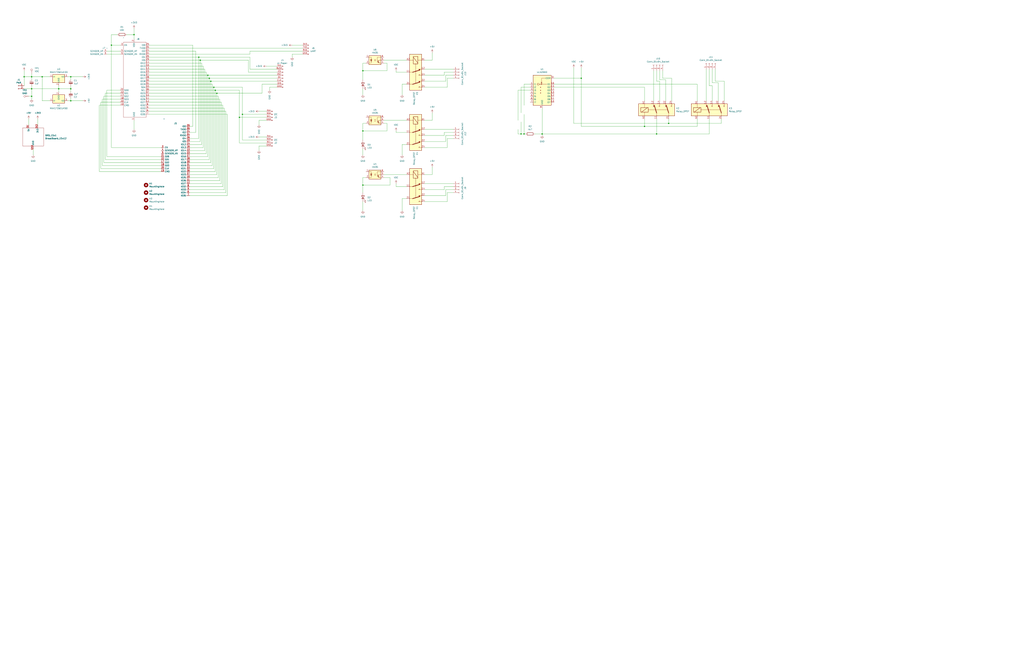
<source format=kicad_sch>
(kicad_sch (version 20230121) (generator eeschema)
  (paper "D")
  (title_block (title "ESP32-WROOM-32D Automation Board") (date "2024-01-15") (company "CEGEP Heritage College") (comment 1 "Alexander Bobkov"))
  (lib_symbols
    (symbol "Alexander_Library_Symbols:Conn_I2C_01x04" (pin_names (offset 1.016) hide)
      (property "Reference" "J" (at 0 5.08 0))
      (property "Value" "I2C" (at 0 -7.62 0))
      (symbol "Conn_I2C_01x04_1_1"
        (pin power_out line (at 5.08 -5.08 180) (length 3.81) (name "GND") (number "GND"))
        (pin bidirectional line (at 5.08 -2.54 180) (length 3.81) (name "SCL") (number "SCL"))
        (pin bidirectional line (at 5.08 0 180) (length 3.81) (name "SDA") (number "SDA"))
        (pin power_in line (at 5.08 2.54 180) (length 3.81) (name "VCC") (number "Vcc"))
      )
    )
    (symbol "Alexander_Library_Symbols:ESP32-WROOM-32D"
      (property "Reference" "J" (at 0 0 0))
      (symbol "ESP32-WROOM-32D_1_1"
        (pin bidirectional line (at 21.59 -49.53 180) (length 2.54) (name "IO25") (number "10"))
        (pin bidirectional line (at 21.59 -52.07 180) (length 2.54) (name "IO26") (number "11"))
        (pin bidirectional line (at 21.59 -54.61 180) (length 2.54) (name "IO27") (number "12"))
        (pin bidirectional line (at 21.59 -26.67 180) (length 2.54) (name "IO14") (number "13"))
        (pin bidirectional line (at 21.59 -21.59 180) (length 2.54) (name "IO12") (number "14"))
        (pin bidirectional line (at 21.59 -24.13 180) (length 2.54) (name "IO13") (number "16"))
        (pin input line (at -2.54 -36.83 0) (length 2.54) (name "SD2") (number "17"))
        (pin input line (at -2.54 -39.37 0) (length 2.54) (name "SD3") (number "18"))
        (pin input line (at -2.54 -44.45 0) (length 2.54) (name "CMD") (number "19"))
        (pin input line (at -2.54 -41.91 0) (length 2.54) (name "CLK") (number "20"))
        (pin input line (at -2.54 -31.75 0) (length 2.54) (name "SD0") (number "21"))
        (pin input line (at -2.54 -34.29 0) (length 2.54) (name "SD1") (number "22"))
        (pin bidirectional line (at 21.59 -29.21 180) (length 2.54) (name "IO15") (number "23"))
        (pin bidirectional line (at 21.59 -11.43 180) (length 2.54) (name "IO2") (number "24"))
        (pin bidirectional line (at 21.59 -6.35 180) (length 2.54) (name "IO0") (number "25"))
        (pin bidirectional line (at 21.59 -16.51 180) (length 2.54) (name "IO4") (number "26"))
        (pin bidirectional line (at 21.59 -31.75 180) (length 2.54) (name "IO16") (number "27"))
        (pin bidirectional line (at 21.59 -34.29 180) (length 2.54) (name "IO17") (number "28"))
        (pin bidirectional line (at 21.59 -19.05 180) (length 2.54) (name "IO5") (number "29"))
        (pin input line (at -2.54 -24.13 0) (length 2.54) (name "EN") (number "3"))
        (pin bidirectional line (at 21.59 -36.83 180) (length 2.54) (name "IO18") (number "30"))
        (pin bidirectional line (at 21.59 -39.37 180) (length 2.54) (name "IO19") (number "31"))
        (pin bidirectional line (at 21.59 -41.91 180) (length 2.54) (name "IO21") (number "33"))
        (pin input line (at 21.59 -13.97 180) (length 2.54) (name "RXD0") (number "34"))
        (pin output line (at 21.59 -8.89 180) (length 2.54) (name "TXD0") (number "35"))
        (pin bidirectional line (at 21.59 -44.45 180) (length 2.54) (name "IO22") (number "36"))
        (pin bidirectional line (at 21.59 -46.99 180) (length 2.54) (name "IO23") (number "37"))
        (pin input line (at -2.54 -26.67 0) (length 2.54) (name "SENSOR_VP") (number "4"))
        (pin input line (at -2.54 -29.21 0) (length 2.54) (name "SENSOR_VN") (number "5"))
        (pin bidirectional line (at 21.59 -62.23 180) (length 2.54) (name "IO34") (number "6"))
        (pin bidirectional line (at 21.59 -64.77 180) (length 2.54) (name "IO35") (number "7"))
        (pin bidirectional line (at 21.59 -57.15 180) (length 2.54) (name "IO32") (number "8"))
        (pin bidirectional line (at 21.59 -59.69 180) (length 2.54) (name "IO33") (number "9"))
      )
    )
    (symbol "Alexander_Library_Symbols:ESP32-WROOM-32D-SOCKET"
      (property "Reference" "J" (at 0 0 0))
      (symbol "ESP32-WROOM-32D-SOCKET_1_1"
        (pin power_out line (at 8.89 -69.85 90) (length 2.54) (name "GND") (number "1"))
        (pin bidirectional line (at 21.59 -49.53 180) (length 2.54) (name "IO25") (number "10"))
        (pin bidirectional line (at 21.59 -52.07 180) (length 2.54) (name "IO26") (number "11"))
        (pin bidirectional line (at 21.59 -54.61 180) (length 2.54) (name "IO27") (number "12"))
        (pin bidirectional line (at 21.59 -26.67 180) (length 2.54) (name "IO14") (number "13"))
        (pin bidirectional line (at 21.59 -21.59 180) (length 2.54) (name "IO12") (number "14"))
        (pin bidirectional line (at 21.59 -24.13 180) (length 2.54) (name "IO13") (number "16"))
        (pin input line (at -2.54 -49.53 0) (length 2.54) (name "SD2") (number "17"))
        (pin input line (at -2.54 -52.07 0) (length 2.54) (name "SD3") (number "18"))
        (pin input line (at -2.54 -57.15 0) (length 2.54) (name "CMD") (number "19"))
        (pin power_in line (at 8.89 -1.27 270) (length 2.54) (name "VDD") (number "2"))
        (pin input line (at -2.54 -54.61 0) (length 2.54) (name "CLK") (number "20"))
        (pin input line (at -2.54 -44.45 0) (length 2.54) (name "SD0") (number "21"))
        (pin input line (at -2.54 -46.99 0) (length 2.54) (name "SD1") (number "22"))
        (pin bidirectional line (at 21.59 -29.21 180) (length 2.54) (name "IO15") (number "23"))
        (pin bidirectional line (at 21.59 -11.43 180) (length 2.54) (name "IO2") (number "24"))
        (pin bidirectional line (at 21.59 -6.35 180) (length 2.54) (name "IO0") (number "25"))
        (pin bidirectional line (at 21.59 -16.51 180) (length 2.54) (name "IO4") (number "26"))
        (pin bidirectional line (at 21.59 -31.75 180) (length 2.54) (name "IO16") (number "27"))
        (pin bidirectional line (at 21.59 -34.29 180) (length 2.54) (name "IO17") (number "28"))
        (pin bidirectional line (at 21.59 -19.05 180) (length 2.54) (name "IO5") (number "29"))
        (pin input line (at -2.54 -6.35 0) (length 2.54) (name "EN") (number "3"))
        (pin bidirectional line (at 21.59 -36.83 180) (length 2.54) (name "IO18") (number "30"))
        (pin bidirectional line (at 21.59 -39.37 180) (length 2.54) (name "IO19") (number "31"))
        (pin bidirectional line (at 21.59 -41.91 180) (length 2.54) (name "SDA") (number "33"))
        (pin input line (at 21.59 -13.97 180) (length 2.54) (name "RXD0") (number "34"))
        (pin output line (at 21.59 -8.89 180) (length 2.54) (name "TXD0") (number "35"))
        (pin bidirectional line (at 21.59 -44.45 180) (length 2.54) (name "SCL") (number "36"))
        (pin bidirectional line (at 21.59 -46.99 180) (length 2.54) (name "IO23") (number "37"))
        (pin input line (at -2.54 -11.43 0) (length 2.54) (name "SENSOR_VP") (number "4"))
        (pin input line (at -2.54 -13.97 0) (length 2.54) (name "SENSOR_VN") (number "5"))
        (pin bidirectional line (at 21.59 -62.23 180) (length 2.54) (name "IO34") (number "6"))
        (pin bidirectional line (at 21.59 -64.77 180) (length 2.54) (name "IO35") (number "7"))
        (pin bidirectional line (at 21.59 -57.15 180) (length 2.54) (name "IO32") (number "8"))
        (pin bidirectional line (at 21.59 -59.69 180) (length 2.54) (name "IO33") (number "9"))
      )
    )
    (symbol "Alexander_Library_Symbols:ESP32_PADS_VN-VP"
      (property "Reference" "J" (at 0 0 0))
      (symbol "ESP32_PADS_VN-VP_1_1"
        (pin bidirectional line (at 0 -2.54 180) (length 2.54) (name "SENSOR_VP") (number "4"))
        (pin bidirectional line (at 0 -5.08 180) (length 2.54) (name "SENSOR_VN") (number "5"))
      )
    )
    (symbol "Conn_UART_1" (pin_names (offset 1.016) hide)
      (property "Reference" "J" (at 1.27 3.81 0))
      (property "Value" "UART" (at 2.54 -10.16 0))
      (symbol "Conn_UART_1_1_1"
        (pin power_in line (at 5.08 0 180) (length 3.81) (name "3V3") (number "3V3"))
        (pin power_out line (at 5.08 -7.62 180) (length 3.81) (name "GND") (number "GND"))
        (pin input line (at 5.08 -5.08 180) (length 3.81) (name "RXD") (number "RXD"))
        (pin output line (at 5.08 -2.54 180) (length 3.81) (name "TXD") (number "TXD"))
      )
    )
    (symbol "Conn_ePaper_01x08_1" (pin_names (offset 1.016) hide)
      (property "Reference" "J" (at 0 10.16 0))
      (property "Value" "e-Paper" (at 3.81 -12.7 0))
      (symbol "Conn_ePaper_01x08_1_1_1"
        (pin bidirectional line (at 5.08 5.08 180) (length 3.81) (name "BUSY") (number "BUSY"))
        (pin input line (at 5.08 -5.08 180) (length 3.81) (name "CLK") (number "CLK"))
        (pin input line (at 5.08 2.54 180) (length 3.81) (name "CS") (number "CS"))
        (pin bidirectional line (at 5.08 -2.54 180) (length 3.81) (name "DC") (number "DC"))
        (pin bidirectional line (at 5.08 -7.62 180) (length 3.81) (name "DIN") (number "DIN"))
        (pin power_out line (at 5.08 -10.16 180) (length 3.81) (name "GND") (number "GND"))
        (pin input line (at 5.08 0 180) (length 3.81) (name "RST") (number "RST"))
        (pin power_in line (at 5.08 7.62 180) (length 3.81) (name "Vcc") (number "Vcc"))
      )
    )
    (symbol "Connector:BreadBoard_15x12"
      (property "Reference" "BRD_15x2" (at -19.05 -15.24 0))
      (property "Value" "BreadBoard_15x12" (at 6.35 13.97 0))
      (symbol "BreadBoard_15x12_1_1"
        (pin power_in line (at -15.24 -5.08 270) (length 2.54) (name "3V3") (number "3V3"))
        (pin power_in line (at -22.86 -5.08 270) (length 2.54) (name "5V") (number "5V"))
        (pin power_out line (at -19.05 -25.4 90) (length 2.54) (name "GND") (number "GND"))
      )
    )
    (symbol "Connector:Conn_01x02_Pin" (pin_names (offset 1.016) hide)
      (property "Reference" "J" (at 0 2.54 0))
      (property "Value" "Conn_01x02_Pin" (at 0 -5.08 0))
      (symbol "Conn_01x02_Pin_1_1"
        (pin passive line (at 5.08 0 180) (length 3.81) (name "Pin_1") (number "1"))
        (pin passive line (at 5.08 -2.54 180) (length 3.81) (name "Pin_2") (number "2"))
      )
    )
    (symbol "Connector:Conn_01x04_Socket" (pin_names (offset 1.016) hide)
      (property "Reference" "J" (at 0 5.08 0))
      (property "Value" "Conn_01x04_Socket" (at 0 -7.62 0))
      (symbol "Conn_01x04_Socket_1_1"
        (pin passive line (at -5.08 2.54 0) (length 3.81) (name "Pin_1") (number "1"))
        (pin passive line (at -5.08 0 0) (length 3.81) (name "Pin_2") (number "2"))
        (pin passive line (at -5.08 -2.54 0) (length 3.81) (name "Pin_3") (number "3"))
        (pin passive line (at -5.08 -5.08 0) (length 3.81) (name "Pin_4") (number "4"))
      )
    )
    (symbol "Connector:TestPoint" (pin_numbers hide) (pin_names (offset 0.762) hide)
      (property "Reference" "TP" (at 0 6.858 0))
      (property "Value" "TestPoint" (at 0 5.08 0))
      (symbol "TestPoint_1_1"
        (pin passive line (at 0 0 90) (length 2.54) (name "1") (number "1"))
      )
    )
    (symbol "Device:C_Polarized_Small" (pin_numbers hide) (pin_names (offset 0.254) hide)
      (property "Reference" "C" (at 0.254 1.778 0))
      (property "Value" "C_Polarized_Small" (at 0.254 -2.032 0))
      (symbol "C_Polarized_Small_1_1"
        (pin passive line (at 0 2.54 270) (length 1.8542) (name "~") (number "1"))
        (pin passive line (at 0 -2.54 90) (length 1.8542) (name "~") (number "2"))
      )
    )
    (symbol "Device:LED" (pin_numbers hide) (pin_names (offset 1.016) hide)
      (property "Reference" "D" (at 0 2.54 0))
      (property "Value" "LED" (at 0 -2.54 0))
      (symbol "LED_1_1"
        (pin passive line (at -3.81 0 0) (length 2.54) (name "K") (number "1"))
        (pin passive line (at 3.81 0 180) (length 2.54) (name "A") (number "2"))
      )
    )
    (symbol "Device:R" (pin_numbers hide) (pin_names (offset 0))
      (property "Reference" "R" (at 2.032 0 90))
      (property "Value" "R" (at 0 0 90))
      (symbol "R_1_1"
        (pin passive line (at 0 3.81 270) (length 1.27) (name "~") (number "1"))
        (pin passive line (at 0 -3.81 90) (length 1.27) (name "~") (number "2"))
      )
    )
    (symbol "Isolator:4N35" (pin_names (offset 1.016))
      (property "Reference" "U" (at -5.08 5.08 0))
      (property "Value" "4N35" (at 0 5.08 0))
      (symbol "4N35_1_1"
        (pin passive line (at -7.62 2.54 0) (length 2.54) (name "~") (number "1"))
        (pin passive line (at -7.62 -2.54 0) (length 2.54) (name "~") (number "2"))
        (pin no_connect line (at -5.08 0 0) (length 2.54) hide (name "NC") (number "3"))
        (pin passive line (at 7.62 -2.54 180) (length 2.54) (name "~") (number "4"))
        (pin passive line (at 7.62 0 180) (length 2.54) (name "~") (number "5"))
        (pin passive line (at 7.62 2.54 180) (length 2.54) (name "~") (number "6"))
      )
    )
    (symbol "Mechanical:MountingHole" (pin_names (offset 1.016))
      (property "Reference" "H" (at 0 5.08 0))
      (property "Value" "MountingHole" (at 0 3.175 0))
    )
    (symbol "Regulator_Linear:LM78M05_TO220" (pin_names (offset 0.254))
      (property "Reference" "U" (at -3.81 3.175 0))
      (property "Value" "LM78M05_TO220" (at 0 3.175 0))
      (symbol "LM78M05_TO220_1_1"
        (pin power_in line (at -7.62 0 0) (length 2.54) (name "VI") (number "1"))
        (pin power_in line (at 0 -7.62 90) (length 2.54) (name "GND") (number "2"))
        (pin power_out line (at 7.62 0 180) (length 2.54) (name "VO") (number "3"))
      )
    )
    (symbol "Relay:Relay_DPDT"
      (property "Reference" "K" (at 16.51 3.81 0))
      (property "Value" "Relay_DPDT" (at 16.51 1.27 0))
      (symbol "Relay_DPDT_1_1"
        (pin passive line (at 0 -7.62 90) (length 2.54) (name "~") (number "11"))
        (pin passive line (at -2.54 7.62 270) (length 2.54) (name "~") (number "12"))
        (pin passive line (at 2.54 7.62 270) (length 2.54) (name "~") (number "14"))
        (pin passive line (at 10.16 -7.62 90) (length 2.54) (name "~") (number "21"))
        (pin passive line (at 7.62 7.62 270) (length 2.54) (name "~") (number "22"))
        (pin passive line (at 12.7 7.62 270) (length 2.54) (name "~") (number "24"))
        (pin passive line (at -10.16 7.62 270) (length 2.54) (name "~") (number "A1"))
        (pin passive line (at -10.16 -7.62 90) (length 2.54) (name "~") (number "A2"))
      )
    )
    (symbol "Transistor_Array:ULN2003"
      (property "Reference" "U" (at 0 15.875 0))
      (property "Value" "ULN2003" (at 0 13.97 0))
      (symbol "ULN2003_1_1"
        (pin input line (at -10.16 5.08 0) (length 2.54) (name "I1") (number "1"))
        (pin open_collector line (at 10.16 -10.16 180) (length 2.54) (name "O7") (number "10"))
        (pin open_collector line (at 10.16 -7.62 180) (length 2.54) (name "O6") (number "11"))
        (pin open_collector line (at 10.16 -5.08 180) (length 2.54) (name "O5") (number "12"))
        (pin open_collector line (at 10.16 -2.54 180) (length 2.54) (name "O4") (number "13"))
        (pin open_collector line (at 10.16 0 180) (length 2.54) (name "O3") (number "14"))
        (pin open_collector line (at 10.16 2.54 180) (length 2.54) (name "O2") (number "15"))
        (pin open_collector line (at 10.16 5.08 180) (length 2.54) (name "O1") (number "16"))
        (pin input line (at -10.16 2.54 0) (length 2.54) (name "I2") (number "2"))
        (pin input line (at -10.16 0 0) (length 2.54) (name "I3") (number "3"))
        (pin input line (at -10.16 -2.54 0) (length 2.54) (name "I4") (number "4"))
        (pin input line (at -10.16 -5.08 0) (length 2.54) (name "I5") (number "5"))
        (pin input line (at -10.16 -7.62 0) (length 2.54) (name "I6") (number "6"))
        (pin input line (at -10.16 -10.16 0) (length 2.54) (name "I7") (number "7"))
        (pin power_in line (at 0 -15.24 90) (length 2.54) (name "GND") (number "8"))
        (pin passive line (at 10.16 10.16 180) (length 2.54) (name "COM") (number "9"))
      )
    )
    (symbol "power:+3V3" (power) (pin_names (offset 0))
      (property "Value" "+3V3" (at 0 3.556 0))
      (symbol "+3V3_1_1"
        (pin power_in line (at 0 0 90) (length 0) hide (name "+3V3") (number "1"))
      )
    )
    (symbol "power:+5V" (power) (pin_names (offset 0))
      (property "Value" "+5V" (at 0 3.556 0))
      (symbol "+5V_1_1"
        (pin power_in line (at 0 0 90) (length 0) hide (name "+5V") (number "1"))
      )
    )
    (symbol "power:GND" (power) (pin_names (offset 0))
      (property "Value" "GND" (at 0 -3.81 0))
      (symbol "GND_1_1"
        (pin power_in line (at 0 0 270) (length 0) hide (name "GND") (number "1"))
      )
    )
    (symbol "power:VDC" (power) (pin_names (offset 0))
      (property "Value" "VDC" (at 0 6.35 0))
      (symbol "VDC_1_1"
        (pin power_in line (at 0 0 90) (length 0) hide (name "VDC") (number "1"))
      )
    )
  )
  (junction (at 20.32 64.77))
  (junction (at 113.03 29.21))
  (junction (at 306.07 110.49))
  (junction (at 168.91 50.8))
  (junction (at 177.8 68.58))
  (junction (at 35.56 64.77))
  (junction (at 441.96 113.03))
  (junction (at 553.72 113.03))
  (junction (at 182.88 78.74))
  (junction (at 439.42 113.03))
  (junction (at 306.07 59.69))
  (junction (at 59.69 74.93))
  (junction (at 490.22 66.04))
  (junction (at 93.98 38.1))
  (junction (at 204.47 96.52))
  (junction (at 167.64 48.26))
  (junction (at 26.67 81.28))
  (junction (at 26.67 74.93))
  (junction (at 201.93 99.06))
  (junction (at 306.07 156.21))
  (junction (at 175.26 63.5))
  (junction (at 180.34 73.66))
  (junction (at 457.2 113.03))
  (junction (at 543.56 106.68))
  (junction (at 59.69 64.77))
  (junction (at 59.69 85.09))
  (junction (at 176.53 66.04))
  (junction (at 181.61 76.2))
  (junction (at 26.67 64.77))
  (junction (at 563.88 104.14))
  (junction (at 49.53 74.93))
  (wire (pts (xy 57.15 85.09) (xy 59.69 85.09)))
  (wire (pts (xy 59.69 67.31) (xy 59.69 64.77)))
  (wire (pts (xy 227.33 73.66) (xy 227.33 76.2)))
  (wire (pts (xy 135.89 132.08) (xy 90.17 132.08)))
  (wire (pts (xy 561.34 67.31) (xy 561.34 85.09)))
  (wire (pts (xy 439.42 113.03) (xy 441.96 113.03)))
  (wire (pts (xy 125.73 55.88) (xy 171.45 55.88)))
  (wire (pts (xy 308.61 53.34) (xy 306.07 53.34)))
  (wire (pts (xy 209.55 50.8) (xy 209.55 60.96)))
  (wire (pts (xy 306.07 110.49) (xy 306.07 118.11)))
  (wire (pts (xy 90.17 132.08) (xy 90.17 76.2)))
  (wire (pts (xy 339.09 130.81) (xy 339.09 121.92)))
  (wire (pts (xy 113.03 101.6) (xy 113.03 109.22)))
  (wire (pts (xy 59.69 74.93) (xy 59.69 77.47)))
  (wire (pts (xy 26.67 64.77) (xy 26.67 67.31)))
  (wire (pts (xy 35.56 64.77) (xy 35.56 85.09)))
  (wire (pts (xy 160.02 106.68) (xy 162.56 106.68)))
  (wire (pts (xy 209.55 60.96) (xy 233.68 60.96)))
  (wire (pts (xy 176.53 66.04) (xy 233.68 66.04)))
  (wire (pts (xy 87.63 137.16) (xy 87.63 81.28)))
  (wire (pts (xy 160.02 139.7) (xy 179.07 139.7)))
  (wire (pts (xy 490.22 66.04) (xy 490.22 57.15)))
  (wire (pts (xy 364.49 50.8) (xy 364.49 44.45)))
  (wire (pts (xy 86.36 139.7) (xy 86.36 83.82)))
  (wire (pts (xy 610.87 68.58) (xy 610.87 85.09)))
  (wire (pts (xy 323.85 147.32) (xy 342.9 147.32)))
  (wire (pts (xy 83.82 144.78) (xy 83.82 88.9)))
  (wire (pts (xy 160.02 111.76) (xy 165.1 111.76)))
  (wire (pts (xy 246.38 45.72) (xy 246.38 48.26)))
  (wire (pts (xy 20.32 59.69) (xy 20.32 64.77)))
  (wire (pts (xy 543.56 73.66) (xy 467.36 73.66)))
  (wire (pts (xy 184.15 149.86) (xy 184.15 81.28)))
  (wire (pts (xy 125.73 45.72) (xy 210.82 45.72)))
  (wire (pts (xy 375.92 68.58) (xy 358.14 68.58)))
  (wire (pts (xy 457.2 113.03) (xy 553.72 113.03)))
  (wire (pts (xy 125.73 93.98) (xy 190.5 93.98)))
  (wire (pts (xy 334.01 154.94) (xy 334.01 157.48)))
  (wire (pts (xy 160.02 124.46) (xy 171.45 124.46)))
  (wire (pts (xy 182.88 78.74) (xy 220.98 78.74)))
  (wire (pts (xy 49.53 74.93) (xy 59.69 74.93)))
  (wire (pts (xy 106.68 29.21) (xy 113.03 29.21)))
  (wire (pts (xy 49.53 77.47) (xy 49.53 74.93)))
  (wire (pts (xy 377.19 170.18) (xy 358.14 170.18)))
  (wire (pts (xy 334.01 111.76) (xy 334.01 110.49)))
  (wire (pts (xy 439.42 73.66) (xy 447.04 73.66)))
  (wire (pts (xy 160.02 132.08) (xy 175.26 132.08)))
  (wire (pts (xy 59.69 72.39) (xy 59.69 74.93)))
  (wire (pts (xy 20.32 64.77) (xy 20.32 72.39)))
  (wire (pts (xy 125.73 68.58) (xy 177.8 68.58)))
  (wire (pts (xy 170.18 121.92) (xy 170.18 53.34)))
  (wire (pts (xy 189.23 160.02) (xy 189.23 91.44)))
  (wire (pts (xy 328.93 149.86) (xy 328.93 156.21)))
  (wire (pts (xy 556.26 67.31) (xy 561.34 67.31)))
  (wire (pts (xy 374.65 160.02) (xy 358.14 160.02)))
  (wire (pts (xy 595.63 58.42) (xy 595.63 85.09)))
  (wire (pts (xy 377.19 66.04) (xy 377.19 73.66)))
  (wire (pts (xy 364.49 101.6) (xy 364.49 95.25)))
  (wire (pts (xy 201.93 99.06) (xy 224.79 99.06)))
  (wire (pts (xy 543.56 100.33) (xy 543.56 106.68)))
  (wire (pts (xy 125.73 91.44) (xy 189.23 91.44)))
  (wire (pts (xy 160.02 116.84) (xy 167.64 116.84)))
  (wire (pts (xy 167.64 116.84) (xy 167.64 48.26)))
  (wire (pts (xy 563.88 100.33) (xy 563.88 104.14)))
  (wire (pts (xy 306.07 53.34) (xy 306.07 59.69)))
  (wire (pts (xy 598.17 58.42) (xy 598.17 72.39)))
  (wire (pts (xy 382.27 162.56) (xy 377.19 162.56)))
  (wire (pts (xy 180.34 73.66) (xy 204.47 73.66)))
  (wire (pts (xy 334.01 60.96) (xy 342.9 60.96)))
  (wire (pts (xy 93.98 29.21) (xy 93.98 38.1)))
  (wire (pts (xy 135.89 142.24) (xy 85.09 142.24)))
  (wire (pts (xy 177.8 68.58) (xy 233.68 68.58)))
  (wire (pts (xy 191.77 165.1) (xy 191.77 96.52)))
  (wire (pts (xy 160.02 121.92) (xy 170.18 121.92)))
  (wire (pts (xy 201.93 76.2) (xy 201.93 99.06)))
  (wire (pts (xy 467.36 66.04) (xy 490.22 66.04)))
  (wire (pts (xy 160.02 157.48) (xy 187.96 157.48)))
  (wire (pts (xy 374.65 114.3) (xy 358.14 114.3)))
  (wire (pts (xy 566.42 66.04) (xy 566.42 85.09)))
  (wire (pts (xy 375.92 165.1) (xy 358.14 165.1)))
  (wire (pts (xy 483.87 57.15) (xy 483.87 104.14)))
  (wire (pts (xy 553.72 59.69) (xy 553.72 68.58)))
  (wire (pts (xy 255.27 43.18) (xy 210.82 43.18)))
  (wire (pts (xy 224.79 123.19) (xy 218.44 123.19)))
  (wire (pts (xy 342.9 157.48) (xy 334.01 157.48)))
  (wire (pts (xy 168.91 119.38) (xy 168.91 50.8)))
  (wire (pts (xy 441.96 113.03) (xy 443.23 113.03)))
  (wire (pts (xy 490.22 106.68) (xy 543.56 106.68)))
  (wire (pts (xy 323.85 53.34) (xy 326.39 53.34)))
  (wire (pts (xy 171.45 124.46) (xy 171.45 55.88)))
  (wire (pts (xy 436.88 113.03) (xy 439.42 113.03)))
  (wire (pts (xy 125.73 88.9) (xy 187.96 88.9)))
  (wire (pts (xy 457.2 113.03) (xy 457.2 114.3)))
  (wire (pts (xy 328.93 156.21) (xy 306.07 156.21)))
  (wire (pts (xy 377.19 116.84) (xy 377.19 124.46)))
  (wire (pts (xy 85.09 142.24) (xy 85.09 86.36)))
  (wire (pts (xy 160.02 119.38) (xy 168.91 119.38)))
  (wire (pts (xy 20.32 74.93) (xy 26.67 74.93)))
  (wire (pts (xy 436.88 109.22) (xy 436.88 113.03)))
  (wire (pts (xy 210.82 45.72) (xy 210.82 43.18)))
  (wire (pts (xy 382.27 111.76) (xy 374.65 111.76)))
  (wire (pts (xy 233.68 58.42) (xy 210.82 58.42)))
  (wire (pts (xy 326.39 104.14) (xy 326.39 110.49)))
  (wire (pts (xy 160.02 147.32) (xy 182.88 147.32)))
  (wire (pts (xy 181.61 76.2) (xy 201.93 76.2)))
  (wire (pts (xy 558.8 66.04) (xy 566.42 66.04)))
  (wire (pts (xy 339.09 80.01) (xy 339.09 71.12)))
  (wire (pts (xy 323.85 50.8) (xy 342.9 50.8)))
  (wire (pts (xy 125.73 63.5) (xy 175.26 63.5)))
  (wire (pts (xy 377.19 73.66) (xy 358.14 73.66)))
  (wire (pts (xy 168.91 50.8) (xy 209.55 50.8)))
  (wire (pts (xy 382.27 157.48) (xy 374.65 157.48)))
  (wire (pts (xy 323.85 149.86) (xy 328.93 149.86)))
  (wire (pts (xy 382.27 114.3) (xy 375.92 114.3)))
  (wire (pts (xy 224.79 118.11) (xy 204.47 118.11)))
  (wire (pts (xy 255.27 45.72) (xy 246.38 45.72)))
  (wire (pts (xy 160.02 137.16) (xy 177.8 137.16)))
  (wire (pts (xy 162.56 106.68) (xy 162.56 38.1)))
  (wire (pts (xy 224.79 120.65) (xy 201.93 120.65)))
  (wire (pts (xy 125.73 38.1) (xy 162.56 38.1)))
  (wire (pts (xy 24.13 100.33) (xy 24.13 105.41)))
  (wire (pts (xy 35.56 64.77) (xy 41.91 64.77)))
  (wire (pts (xy 190.5 162.56) (xy 190.5 93.98)))
  (wire (pts (xy 326.39 53.34) (xy 326.39 59.69)))
  (wire (pts (xy 160.02 129.54) (xy 173.99 129.54)))
  (wire (pts (xy 201.93 120.65) (xy 201.93 99.06)))
  (wire (pts (xy 603.25 58.42) (xy 603.25 68.58)))
  (wire (pts (xy 125.73 76.2) (xy 181.61 76.2)))
  (wire (pts (xy 27.94 125.73) (xy 27.94 130.81)))
  (wire (pts (xy 176.53 134.62) (xy 176.53 66.04)))
  (wire (pts (xy 306.07 130.81) (xy 306.07 125.73)))
  (wire (pts (xy 125.73 48.26) (xy 167.64 48.26)))
  (wire (pts (xy 41.91 85.09) (xy 35.56 85.09)))
  (wire (pts (xy 224.79 55.88) (xy 233.68 55.88)))
  (wire (pts (xy 326.39 59.69) (xy 306.07 59.69)))
  (wire (pts (xy 93.98 38.1) (xy 93.98 124.46)))
  (wire (pts (xy 375.92 119.38) (xy 358.14 119.38)))
  (wire (pts (xy 441.96 88.9) (xy 441.96 71.12)))
  (wire (pts (xy 334.01 111.76) (xy 342.9 111.76)))
  (wire (pts (xy 135.89 134.62) (xy 88.9 134.62)))
  (wire (pts (xy 600.71 58.42) (xy 600.71 69.85)))
  (wire (pts (xy 160.02 160.02) (xy 189.23 160.02)))
  (wire (pts (xy 177.8 137.16) (xy 177.8 68.58)))
  (wire (pts (xy 172.72 58.42) (xy 172.72 127)))
  (wire (pts (xy 85.09 86.36) (xy 101.6 86.36)))
  (wire (pts (xy 160.02 165.1) (xy 191.77 165.1)))
  (wire (pts (xy 125.73 96.52) (xy 191.77 96.52)))
  (wire (pts (xy 26.67 64.77) (xy 35.56 64.77)))
  (wire (pts (xy 603.25 68.58) (xy 610.87 68.58)))
  (wire (pts (xy 374.65 60.96) (xy 374.65 63.5)))
  (wire (pts (xy 125.73 83.82) (xy 185.42 83.82)))
  (wire (pts (xy 90.17 76.2) (xy 101.6 76.2)))
  (wire (pts (xy 26.67 62.23) (xy 26.67 64.77)))
  (wire (pts (xy 125.73 73.66) (xy 180.34 73.66)))
  (wire (pts (xy 125.73 86.36) (xy 186.69 86.36)))
  (wire (pts (xy 374.65 111.76) (xy 374.65 114.3)))
  (wire (pts (xy 233.68 71.12) (xy 220.98 71.12)))
  (wire (pts (xy 439.42 95.25) (xy 439.42 73.66)))
  (wire (pts (xy 306.07 104.14) (xy 306.07 110.49)))
  (wire (pts (xy 436.88 101.6) (xy 436.88 76.2)))
  (wire (pts (xy 125.73 43.18) (xy 165.1 43.18)))
  (wire (pts (xy 439.42 102.87) (xy 439.42 113.03)))
  (wire (pts (xy 375.92 63.5) (xy 375.92 68.58)))
  (wire (pts (xy 543.56 85.09) (xy 543.56 73.66)))
  (wire (pts (xy 179.07 139.7) (xy 179.07 71.12)))
  (wire (pts (xy 83.82 88.9) (xy 101.6 88.9)))
  (wire (pts (xy 24.13 81.28) (xy 26.67 81.28)))
  (wire (pts (xy 382.27 109.22) (xy 358.14 109.22)))
  (wire (pts (xy 218.44 123.19) (xy 218.44 127)))
  (wire (pts (xy 306.07 149.86) (xy 306.07 156.21)))
  (wire (pts (xy 173.99 129.54) (xy 173.99 60.96)))
  (wire (pts (xy 556.26 68.58) (xy 556.26 85.09)))
  (wire (pts (xy 543.56 106.68) (xy 588.01 106.68)))
  (wire (pts (xy 246.38 38.1) (xy 255.27 38.1)))
  (wire (pts (xy 364.49 140.97) (xy 364.49 147.32)))
  (wire (pts (xy 227.33 73.66) (xy 233.68 73.66)))
  (wire (pts (xy 26.67 72.39) (xy 26.67 74.93)))
  (wire (pts (xy 88.9 134.62) (xy 88.9 78.74)))
  (wire (pts (xy 220.98 78.74) (xy 220.98 71.12)))
  (wire (pts (xy 588.01 100.33) (xy 588.01 106.68)))
  (wire (pts (xy 306.07 156.21) (xy 306.07 162.56)))
  (wire (pts (xy 57.15 64.77) (xy 59.69 64.77)))
  (wire (pts (xy 93.98 29.21) (xy 99.06 29.21)))
  (wire (pts (xy 339.09 71.12) (xy 342.9 71.12)))
  (wire (pts (xy 113.03 24.13) (xy 113.03 29.21)))
  (wire (pts (xy 204.47 96.52) (xy 224.79 96.52)))
  (wire (pts (xy 210.82 58.42) (xy 210.82 48.26)))
  (wire (pts (xy 441.96 96.52) (xy 441.96 113.03)))
  (wire (pts (xy 160.02 152.4) (xy 185.42 152.4)))
  (wire (pts (xy 382.27 58.42) (xy 358.14 58.42)))
  (wire (pts (xy 125.73 53.34) (xy 170.18 53.34)))
  (wire (pts (xy 160.02 144.78) (xy 181.61 144.78)))
  (wire (pts (xy 358.14 101.6) (xy 364.49 101.6)))
  (wire (pts (xy 436.88 76.2) (xy 447.04 76.2)))
  (wire (pts (xy 135.89 144.78) (xy 83.82 144.78)))
  (wire (pts (xy 59.69 85.09) (xy 69.85 85.09)))
  (wire (pts (xy 87.63 81.28) (xy 101.6 81.28)))
  (wire (pts (xy 125.73 81.28) (xy 184.15 81.28)))
  (wire (pts (xy 556.26 59.69) (xy 556.26 67.31)))
  (wire (pts (xy 160.02 149.86) (xy 184.15 149.86)))
  (wire (pts (xy 588.01 85.09) (xy 588.01 71.12)))
  (wire (pts (xy 483.87 104.14) (xy 563.88 104.14)))
  (wire (pts (xy 175.26 63.5) (xy 233.68 63.5)))
  (wire (pts (xy 588.01 71.12) (xy 467.36 71.12)))
  (wire (pts (xy 90.17 45.72) (xy 101.6 45.72)))
  (wire (pts (xy 598.17 100.33) (xy 598.17 113.03)))
  (wire (pts (xy 218.44 101.6) (xy 218.44 105.41)))
  (wire (pts (xy 551.18 59.69) (xy 551.18 85.09)))
  (wire (pts (xy 608.33 104.14) (xy 608.33 100.33)))
  (wire (pts (xy 135.89 124.46) (xy 93.98 124.46)))
  (wire (pts (xy 125.73 66.04) (xy 176.53 66.04)))
  (wire (pts (xy 204.47 73.66) (xy 204.47 96.52)))
  (wire (pts (xy 167.64 48.26) (xy 210.82 48.26)))
  (wire (pts (xy 441.96 71.12) (xy 447.04 71.12)))
  (wire (pts (xy 160.02 134.62) (xy 176.53 134.62)))
  (wire (pts (xy 125.73 58.42) (xy 172.72 58.42)))
  (wire (pts (xy 26.67 81.28) (xy 26.67 83.82)))
  (wire (pts (xy 339.09 177.8) (xy 339.09 167.64)))
  (wire (pts (xy 375.92 160.02) (xy 375.92 165.1)))
  (wire (pts (xy 20.32 64.77) (xy 26.67 64.77)))
  (wire (pts (xy 605.79 69.85) (xy 605.79 85.09)))
  (wire (pts (xy 450.85 113.03) (xy 457.2 113.03)))
  (wire (pts (xy 374.65 63.5) (xy 358.14 63.5)))
  (wire (pts (xy 308.61 104.14) (xy 306.07 104.14)))
  (wire (pts (xy 377.19 124.46) (xy 358.14 124.46)))
  (wire (pts (xy 59.69 82.55) (xy 59.69 85.09)))
  (wire (pts (xy 186.69 154.94) (xy 186.69 86.36)))
  (wire (pts (xy 59.69 64.77) (xy 69.85 64.77)))
  (wire (pts (xy 125.73 78.74) (xy 182.88 78.74)))
  (wire (pts (xy 382.27 116.84) (xy 377.19 116.84)))
  (wire (pts (xy 224.79 101.6) (xy 218.44 101.6)))
  (wire (pts (xy 125.73 60.96) (xy 173.99 60.96)))
  (wire (pts (xy 160.02 154.94) (xy 186.69 154.94)))
  (wire (pts (xy 204.47 118.11) (xy 204.47 96.52)))
  (wire (pts (xy 88.9 78.74) (xy 101.6 78.74)))
  (wire (pts (xy 90.17 43.18) (xy 101.6 43.18)))
  (wire (pts (xy 339.09 167.64) (xy 342.9 167.64)))
  (wire (pts (xy 558.8 59.69) (xy 558.8 66.04)))
  (wire (pts (xy 382.27 160.02) (xy 375.92 160.02)))
  (wire (pts (xy 334.01 60.96) (xy 334.01 59.69)))
  (wire (pts (xy 308.61 149.86) (xy 306.07 149.86)))
  (wire (pts (xy 125.73 71.12) (xy 179.07 71.12)))
  (wire (pts (xy 125.73 40.64) (xy 255.27 40.64)))
  (wire (pts (xy 326.39 110.49) (xy 306.07 110.49)))
  (wire (pts (xy 182.88 147.32) (xy 182.88 78.74)))
  (wire (pts (xy 160.02 127) (xy 172.72 127)))
  (wire (pts (xy 113.03 29.21) (xy 113.03 33.02)))
  (wire (pts (xy 382.27 66.04) (xy 377.19 66.04)))
  (wire (pts (xy 160.02 162.56) (xy 190.5 162.56)))
  (wire (pts (xy 49.53 72.39) (xy 49.53 74.93)))
  (wire (pts (xy 553.72 113.03) (xy 598.17 113.03)))
  (wire (pts (xy 306.07 74.93) (xy 306.07 80.01)))
  (wire (pts (xy 358.14 50.8) (xy 364.49 50.8)))
  (wire (pts (xy 125.73 50.8) (xy 168.91 50.8)))
  (wire (pts (xy 218.44 115.57) (xy 224.79 115.57)))
  (wire (pts (xy 382.27 63.5) (xy 375.92 63.5)))
  (wire (pts (xy 339.09 121.92) (xy 342.9 121.92)))
  (wire (pts (xy 26.67 74.93) (xy 26.67 81.28)))
  (wire (pts (xy 375.92 114.3) (xy 375.92 119.38)))
  (wire (pts (xy 306.07 59.69) (xy 306.07 67.31)))
  (wire (pts (xy 457.2 91.44) (xy 457.2 113.03)))
  (wire (pts (xy 306.07 170.18) (xy 306.07 177.8)))
  (wire (pts (xy 374.65 157.48) (xy 374.65 160.02)))
  (wire (pts (xy 180.34 142.24) (xy 180.34 73.66)))
  (wire (pts (xy 26.67 74.93) (xy 49.53 74.93)))
  (wire (pts (xy 553.72 68.58) (xy 556.26 68.58)))
  (wire (pts (xy 553.72 100.33) (xy 553.72 113.03)))
  (wire (pts (xy 323.85 104.14) (xy 326.39 104.14)))
  (wire (pts (xy 377.19 162.56) (xy 377.19 170.18)))
  (wire (pts (xy 600.71 69.85) (xy 605.79 69.85)))
  (wire (pts (xy 185.42 152.4) (xy 185.42 83.82)))
  (wire (pts (xy 165.1 111.76) (xy 165.1 43.18)))
  (wire (pts (xy 382.27 60.96) (xy 374.65 60.96)))
  (wire (pts (xy 86.36 83.82) (xy 101.6 83.82)))
  (wire (pts (xy 382.27 154.94) (xy 358.14 154.94)))
  (wire (pts (xy 563.88 104.14) (xy 608.33 104.14)))
  (wire (pts (xy 323.85 101.6) (xy 342.9 101.6)))
  (wire (pts (xy 598.17 72.39) (xy 600.71 72.39)))
  (wire (pts (xy 187.96 157.48) (xy 187.96 88.9)))
  (wire (pts (xy 175.26 132.08) (xy 175.26 63.5)))
  (wire (pts (xy 160.02 142.24) (xy 180.34 142.24)))
  (wire (pts (xy 181.61 144.78) (xy 181.61 76.2)))
  (wire (pts (xy 135.89 137.16) (xy 87.63 137.16)))
  (wire (pts (xy 31.75 100.33) (xy 31.75 105.41)))
  (wire (pts (xy 135.89 139.7) (xy 86.36 139.7)))
  (wire (pts (xy 93.98 38.1) (xy 101.6 38.1)))
  (wire (pts (xy 358.14 147.32) (xy 364.49 147.32)))
  (wire (pts (xy 218.44 93.98) (xy 224.79 93.98)))
  (wire (pts (xy 490.22 66.04) (xy 490.22 106.68)))
  (wire (pts (xy 600.71 72.39) (xy 600.71 85.09)))
  (symbol (lib_id "Connector:Conn_01x04_Socket") (at 387.35 111.76 0) (unit 1)
    (property "Reference" "J12" (at 392.43 113.03 90))
    (property "Value" "Conn_01x04_Socket" (at 389.89 113.03 90))
    (property "Footprint" "Connector_PinHeader_2.54mm:PinHeader_1x04_P2.54mm_Vertical" (effects hide))
  )
  (symbol (lib_id "Connector:TestPoint") (at 26.67 62.23 0) (unit 1)
    (property "Reference" "TP1" (at 29.21 57.658 0) (effects (justify left)))
    (property "Value" "VDC" (at 29.21 60.198 0) (effects (justify left)))
    (property "Footprint" "TestPoint:TestPoint_Pad_D1.0mm" (effects hide))
  )
  (symbol (lib_id "power:GND") (at 306.07 177.8 0) (unit 1)
    (property "Reference" "#PWR021" (effects hide))
    (property "Value" "GND" (at 306.07 182.88 0))
  )
  (symbol (lib_id "Mechanical:MountingHole") (at 123.19 156.21 0) (unit 1)
    (property "Reference" "H1" (at 125.73 154.94 0) (effects (justify left)))
    (property "Value" "MountingHole" (at 125.73 157.48 0) (effects (justify left)))
    (property "Footprint" "MountingHole:MountingHole_3mm_Pad_TopBottom" (effects hide))
  )
  (symbol (lib_id "Device:C_Polarized_Small") (at 26.67 69.85 0) (unit 1)
    (property "Reference" "C3" (at 29.21 68.0339 0) (effects (justify left)))
    (property "Value" "1uF" (at 29.21 70.5739 0) (effects (justify left)))
    (property "Footprint" "Capacitor_THT:CP_Radial_D4.0mm_P2.00mm" (effects hide))
  )
  (symbol (lib_id "power:GND") (at 339.09 130.81 0) (unit 1)
    (property "Reference" "#PWR025" (effects hide))
    (property "Value" "GND" (at 339.09 135.89 0))
  )
  (symbol (lib_id "power:GND") (at 26.67 83.82 0) (unit 1)
    (property "Reference" "#PWR03" (effects hide))
    (property "Value" "GND" (at 26.67 88.9 0))
  )
  (symbol (lib_id "power:GND") (at 339.09 80.01 0) (unit 1)
    (property "Reference" "#PWR031" (effects hide))
    (property "Value" "GND" (at 339.09 85.09 0))
  )
  (symbol (lib_id "Relay:Relay_DPDT") (at 350.52 60.96 270) (unit 1)
    (property "Reference" "K5" (at 351.79 77.47 0) (effects (justify left)))
    (property "Value" "Relay_DPDT" (at 349.25 77.47 0) (effects (justify left)))
    (property "Footprint" "Relay_THT:Relay_DPDT_Finder_30.22" (effects hide))
  )
  (symbol (lib_name "Conn_UART_1") (lib_id "Alexander_Library_Symbols:Conn_UART") (at 260.35 38.1 0) (mirror y) (unit 1)
    (property "Reference" "J6" (at 264.16 40.64 0))
    (property "Value" "UART" (at 264.16 43.18 0))
    (property "Footprint" "Alexander Footprints Library:Conn_UART" (effects hide))
  )
  (symbol (lib_id "Isolator:4N35") (at 316.23 101.6 0) (unit 1)
    (property "Reference" "U5" (at 316.23 92.71 0))
    (property "Value" "4N35" (at 316.23 95.25 0))
    (property "Footprint" "Package_DIP:DIP-6_W7.62mm" (effects hide))
    (property "Datasheet" "https://www.vishay.com/docs/81181/4n35.pdf" (effects hide))
  )
  (symbol (lib_id "Relay:Relay_DPDT") (at 598.17 92.71 0) (unit 1)
    (property "Reference" "K3" (at 614.68 91.44 0) (effects (justify left)))
    (property "Value" "Relay_DPDT" (at 614.68 93.98 0) (effects (justify left)))
    (property "Footprint" "Relay_THT:Relay_DPDT_Finder_30.22" (effects hide))
  )
  (symbol (lib_id "power:+3V3") (at 218.44 93.98 90) (unit 1)
    (property "Reference" "#PWR09" (effects hide))
    (property "Value" "+3V3" (at 214.63 93.98 90) (effects (justify left)))
  )
  (symbol (lib_id "power:+3V3") (at 69.85 64.77 270) (unit 1)
    (property "Reference" "#PWR04" (effects hide))
    (property "Value" "+3V3" (at 74.93 64.77 0))
  )
  (symbol (lib_id "power:GND") (at 227.33 76.2 0) (unit 1)
    (property "Reference" "#PWR012" (effects hide))
    (property "Value" "GND" (at 227.33 80.01 90) (effects (justify right)))
  )
  (symbol (lib_id "Device:R") (at 102.87 29.21 270) (unit 1)
    (property "Reference" "R1" (at 102.87 22.86 90))
    (property "Value" "10K" (at 102.87 25.4 90))
    (property "Footprint" "Alexander Footprints Library:STA_RMCF1206_STP-L" (effects hide))
  )
  (symbol (lib_id "power:VDC") (at 334.01 59.69 0) (unit 1)
    (property "Reference" "#PWR030" (effects hide))
    (property "Value" "VDC" (at 334.01 54.61 0))
  )
  (symbol (lib_id "power:+3V3") (at 246.38 38.1 90) (unit 1)
    (property "Reference" "#PWR017" (effects hide))
    (property "Value" "+3V3" (at 242.57 38.1 90) (effects (justify left)))
  )
  (symbol (lib_id "power:VDC") (at 334.01 154.94 0) (unit 1)
    (property "Reference" "#PWR028" (effects hide))
    (property "Value" "VDC" (at 334.01 149.86 0))
  )
  (symbol (lib_name "Conn_ePaper_01x08_1") (lib_id "Alexander_Library_Symbols:Conn_ePaper_01x08") (at 238.76 63.5 0) (mirror y) (unit 1)
    (property "Reference" "J4" (at 238.125 50.8 0))
    (property "Value" "e-Paper" (at 238.125 53.34 0))
    (property "Footprint" "Alexander Footprints Library:Conn_ePaper" (effects hide))
  )
  (symbol (lib_id "power:GND") (at 246.38 48.26 0) (unit 1)
    (property "Reference" "#PWR015" (effects hide))
    (property "Value" "GND" (at 246.38 52.07 90) (effects (justify right)))
  )
  (symbol (lib_id "power:GND") (at 306.07 130.81 0) (unit 1)
    (property "Reference" "#PWR027" (effects hide))
    (property "Value" "GND" (at 306.07 135.89 0))
  )
  (symbol (lib_id "Device:C_Polarized_Small") (at 59.69 69.85 0) (unit 1)
    (property "Reference" "C1" (at 62.23 68.0339 0) (effects (justify left)))
    (property "Value" "1uF" (at 62.23 70.5739 0) (effects (justify left)))
    (property "Footprint" "Capacitor_THT:CP_Radial_D4.0mm_P2.00mm" (effects hide))
  )
  (symbol (lib_id "power:+3V3") (at 113.03 24.13 0) (unit 1)
    (property "Reference" "#PWR01" (effects hide))
    (property "Value" "+3V3" (at 113.03 19.05 0))
  )
  (symbol (lib_id "power:VDC") (at 483.87 57.15 0) (unit 1)
    (property "Reference" "#PWR019" (effects hide))
    (property "Value" "VDC" (at 483.87 52.07 0))
  )
  (symbol (lib_id "Relay:Relay_DPDT") (at 350.52 111.76 270) (unit 1)
    (property "Reference" "K4" (at 351.79 128.27 0) (effects (justify left)))
    (property "Value" "Relay_DPDT" (at 349.25 128.27 0) (effects (justify left)))
    (property "Footprint" "Relay_THT:Relay_DPDT_Finder_30.22" (effects hide))
  )
  (symbol (lib_id "power:GND") (at 306.07 80.01 0) (unit 1)
    (property "Reference" "#PWR029" (effects hide))
    (property "Value" "GND" (at 306.07 85.09 0))
  )
  (symbol (lib_id "Connector:Conn_01x04_Socket") (at 598.17 53.34 90) (unit 1)
    (property "Reference" "J11" (at 599.44 48.26 90))
    (property "Value" "Conn_01x04_Socket" (at 599.44 50.8 90))
    (property "Footprint" "Connector_PinHeader_2.54mm:PinHeader_1x04_P2.54mm_Vertical" (effects hide))
  )
  (symbol (lib_id "power:GND") (at 218.44 127 0) (unit 1)
    (property "Reference" "#PWR014" (effects hide))
    (property "Value" "GND" (at 218.44 130.81 90) (effects (justify right)))
  )
  (symbol (lib_id "Connector:BreadBoard_15x12") (at 46.99 100.33 0) (unit 1)
    (property "Reference" "BRD_15x1" (at 38.1 114.3 0) (effects (justify left)))
    (property "Value" "BreadBoard_15x12" (at 38.1 116.84 0) (effects (justify left)))
    (property "Footprint" "Alexander Footprints Library:BreadBoard_15x12" (effects hide))
  )
  (symbol (lib_id "Device:LED") (at 306.07 166.37 90) (unit 1)
    (property "Reference" "D2" (at 309.88 166.6875 90) (effects (justify right)))
    (property "Value" "LED" (at 309.88 169.2275 90) (effects (justify right)))
    (property "Footprint" "LED_SMD:LED_2010_5025Metric_Pad1.52x2.65mm_HandSolder" (effects hide))
  )
  (symbol (lib_id "Connector:TestPoint") (at 24.13 81.28 90) (unit 1)
    (property "Reference" "TP2" (at 20.828 76.2 90))
    (property "Value" "GND" (at 20.828 78.74 90))
    (property "Footprint" "TestPoint:TestPoint_Pad_D1.0mm" (effects hide))
  )
  (symbol (lib_id "Isolator:4N35") (at 316.23 50.8 0) (unit 1)
    (property "Reference" "U6" (at 316.23 41.91 0))
    (property "Value" "4N35" (at 316.23 44.45 0))
    (property "Footprint" "Package_DIP:DIP-6_W7.62mm" (effects hide))
    (property "Datasheet" "https://www.vishay.com/docs/81181/4n35.pdf" (effects hide))
  )
  (symbol (lib_id "power:+5V") (at 24.13 100.33 0) (unit 1)
    (property "Reference" "#PWR08" (effects hide))
    (property "Value" "+5V" (at 24.13 95.25 0))
  )
  (symbol (lib_id "power:GND") (at 218.44 105.41 0) (unit 1)
    (property "Reference" "#PWR010" (effects hide))
    (property "Value" "GND" (at 218.44 109.22 90) (effects (justify right)))
  )
  (symbol (lib_id "Device:LED") (at 306.07 121.92 90) (unit 1)
    (property "Reference" "D3" (at 309.88 122.2375 90) (effects (justify right)))
    (property "Value" "LED" (at 309.88 124.7775 90) (effects (justify right)))
    (property "Footprint" "LED_SMD:LED_2010_5025Metric_Pad1.52x2.65mm_HandSolder" (effects hide))
  )
  (symbol (lib_id "power:GND") (at 339.09 177.8 0) (unit 1)
    (property "Reference" "#PWR024" (effects hide))
    (property "Value" "GND" (at 339.09 182.88 0))
  )
  (symbol (lib_id "power:GND") (at 113.03 109.22 0) (unit 1)
    (property "Reference" "#PWR02" (effects hide))
    (property "Value" "GND" (at 113.03 114.3 0))
  )
  (symbol (lib_id "power:+3V3") (at 218.44 115.57 90) (unit 1)
    (property "Reference" "#PWR013" (effects hide))
    (property "Value" "+3V3" (at 214.63 115.57 90) (effects (justify left)))
  )
  (symbol (lib_id "Isolator:4N35") (at 316.23 147.32 0) (unit 1)
    (property "Reference" "U4" (at 316.23 138.43 0))
    (property "Value" "4N35" (at 316.23 140.97 0))
    (property "Footprint" "Package_DIP:DIP-6_W7.62mm" (effects hide))
    (property "Datasheet" "https://www.vishay.com/docs/81181/4n35.pdf" (effects hide))
  )
  (symbol (lib_id "Regulator_Linear:LM78M05_TO220") (at 49.53 64.77 0) (unit 1)
    (property "Reference" "U3" (at 49.53 58.42 0))
    (property "Value" "MAX1726EUK33" (at 49.53 60.96 0))
    (property "Footprint" "Package_TO_SOT_SMD:SOT-223-3_TabPin2" (effects hide))
    (property "Datasheet" "https://www.onsemi.com/pub/Collateral/MC78M00-D.PDF" (effects hide))
  )
  (symbol (lib_id "Connector:Conn_01x04_Socket") (at 387.35 157.48 0) (unit 1)
    (property "Reference" "J9" (at 392.43 158.75 90))
    (property "Value" "Conn_01x04_Socket" (at 389.89 158.75 90))
    (property "Footprint" "Connector_PinHeader_2.54mm:PinHeader_1x04_P2.54mm_Vertical" (effects hide))
  )
  (symbol (lib_id "Mechanical:MountingHole") (at 123.19 162.56 0) (unit 1)
    (property "Reference" "H2" (at 125.73 161.29 0) (effects (justify left)))
    (property "Value" "MountingHole" (at 125.73 163.83 0) (effects (justify left)))
    (property "Footprint" "MountingHole:MountingHole_3mm_Pad_TopBottom" (effects hide))
  )
  (symbol (lib_id "Alexander_Library_Symbols:ESP32-WROOM-32D-SOCKET") (at 104.14 31.75 0) (unit 1)
    (property "Reference" "J8" (at 115.2241 33.02 0) (effects (justify left)))
    (property "Value" "~" (at 104.14 31.75 0))
    (property "Footprint" "Alexander Footprints Library:ESP32-WROOM-Adapter-Socket" (effects hide))
  )
  (symbol (lib_id "power:+5V") (at 490.22 57.15 0) (unit 1)
    (property "Reference" "#PWR020" (effects hide))
    (property "Value" "+5V" (at 490.22 52.07 0))
  )
  (symbol (lib_id "Relay:Relay_DPDT") (at 350.52 157.48 270) (unit 1)
    (property "Reference" "K1" (at 351.79 173.99 0) (effects (justify left)))
    (property "Value" "Relay_DPDT" (at 349.25 173.99 0) (effects (justify left)))
    (property "Footprint" "Relay_THT:Relay_DPDT_Finder_30.22" (effects hide))
  )
  (symbol (lib_id "Mechanical:MountingHole") (at 123.19 168.91 0) (unit 1)
    (property "Reference" "H3" (at 125.73 167.64 0) (effects (justify left)))
    (property "Value" "MountingHole" (at 125.73 170.18 0) (effects (justify left)))
    (property "Footprint" "MountingHole:MountingHole_3mm_Pad_TopBottom" (effects hide))
  )
  (symbol (lib_id "Alexander_Library_Symbols:ESP32_PADS_VN-VP") (at 90.17 40.64 0) (unit 1)
    (property "Reference" "J7" (at 87.63 40.64 0))
    (property "Value" "~" (at 90.17 40.64 0))
    (property "Footprint" "Alexander Footprints Library:ESP32_PADS_VN-VP" (effects hide))
  )
  (symbol (lib_id "Connector:Conn_01x02_Pin") (at 15.24 72.39 0) (unit 1)
    (property "Reference" "J1" (at 15.875 67.31 0))
    (property "Value" "PWR" (at 15.875 69.85 0))
    (property "Footprint" "Connector_PinHeader_2.54mm:PinHeader_1x02_P2.54mm_Vertical" (effects hide))
  )
  (symbol (lib_id "Connector:Conn_01x04_Socket") (at 387.35 60.96 0) (unit 1)
    (property "Reference" "J13" (at 392.43 62.23 90))
    (property "Value" "Conn_01x04_Socket" (at 389.89 62.23 90))
    (property "Footprint" "Connector_PinHeader_2.54mm:PinHeader_1x04_P2.54mm_Vertical" (effects hide))
  )
  (symbol (lib_id "power:+5V") (at 364.49 140.97 0) (unit 1)
    (property "Reference" "#PWR026" (effects hide))
    (property "Value" "+5V" (at 364.49 135.89 0))
  )
  (symbol (lib_id "power:+5V") (at 364.49 95.25 0) (unit 1)
    (property "Reference" "#PWR022" (effects hide))
    (property "Value" "+5V" (at 364.49 90.17 0))
  )
  (symbol (lib_id "Device:LED") (at 306.07 71.12 90) (unit 1)
    (property "Reference" "D1" (at 309.88 71.4375 90) (effects (justify right)))
    (property "Value" "LED" (at 309.88 73.9775 90) (effects (justify right)))
    (property "Footprint" "LED_SMD:LED_2010_5025Metric_Pad1.52x2.65mm_HandSolder" (effects hide))
  )
  (symbol (lib_id "power:+5V") (at 69.85 85.09 270) (unit 1)
    (property "Reference" "#PWR05" (effects hide))
    (property "Value" "+5V" (at 74.93 85.09 0))
  )
  (symbol (lib_id "power:VDC") (at 334.01 110.49 0) (unit 1)
    (property "Reference" "#PWR023" (effects hide))
    (property "Value" "VDC" (at 334.01 105.41 0))
  )
  (symbol (lib_id "Mechanical:MountingHole") (at 123.19 175.26 0) (unit 1)
    (property "Reference" "H4" (at 125.73 173.99 0) (effects (justify left)))
    (property "Value" "MountingHole" (at 125.73 176.53 0) (effects (justify left)))
    (property "Footprint" "MountingHole:MountingHole_3mm_Pad_TopBottom" (effects hide))
  )
  (symbol (lib_id "power:GND") (at 27.94 130.81 0) (unit 1)
    (property "Reference" "#PWR06" (effects hide))
    (property "Value" "GND" (at 27.94 135.89 0))
  )
  (symbol (lib_id "power:VDC") (at 20.32 59.69 0) (unit 1)
    (property "Reference" "#PWR018" (effects hide))
    (property "Value" "VDC" (at 20.32 54.61 0))
  )
  (symbol (lib_id "power:GND") (at 457.2 114.3 0) (unit 1)
    (property "Reference" "#PWR016" (effects hide))
    (property "Value" "GND" (at 457.2 119.38 0))
  )
  (symbol (lib_id "power:+3V3") (at 31.75 100.33 0) (unit 1)
    (property "Reference" "#PWR07" (effects hide))
    (property "Value" "+3V3" (at 31.75 95.25 0))
  )
  (symbol (lib_id "Device:R") (at 447.04 113.03 270) (unit 1)
    (property "Reference" "R2" (at 447.04 106.68 90))
    (property "Value" "4k7" (at 447.04 109.22 90))
    (property "Footprint" "Resistor_SMD:R_1812_4532Metric" (effects hide))
  )
  (symbol (lib_id "power:+3V3") (at 224.79 55.88 90) (unit 1)
    (property "Reference" "#PWR011" (effects hide))
    (property "Value" "+3V3" (at 220.98 55.88 90) (effects (justify left)))
  )
  (symbol (lib_id "Alexander_Library_Symbols:ESP32-WROOM-32D") (at 138.43 100.33 0) (unit 1)
    (property "Reference" "J5" (at 147.955 104.14 0))
    (property "Value" "~" (at 138.43 100.33 0))
    (property "Footprint" "Alexander Footprints Library:ESP32-WROOM-32D-Interface_2" (effects hide))
  )
  (symbol (lib_id "power:+5V") (at 364.49 44.45 0) (unit 1)
    (property "Reference" "#PWR032" (effects hide))
    (property "Value" "+5V" (at 364.49 39.37 0))
  )
  (symbol (lib_id "Regulator_Linear:LM78M05_TO220") (at 49.53 85.09 0) (mirror x) (unit 1)
    (property "Reference" "U2" (at 49.53 88.9 0))
    (property "Value" "MAX1726EUK50" (at 49.53 91.44 0))
    (property "Footprint" "Package_TO_SOT_SMD:SOT-223-3_TabPin2" (effects hide))
    (property "Datasheet" "https://www.onsemi.com/pub/Collateral/MC78M00-D.PDF" (effects hide))
  )
  (symbol (lib_id "Relay:Relay_DPDT") (at 553.72 92.71 0) (unit 1)
    (property "Reference" "K2" (at 570.23 91.44 0) (effects (justify left)))
    (property "Value" "Relay_DPDT" (at 570.23 93.98 0) (effects (justify left)))
    (property "Footprint" "Relay_THT:Relay_DPDT_Finder_30.22" (effects hide))
  )
  (symbol (lib_id "Alexander_Library_Symbols:Conn_I2C_01x04") (at 229.87 118.11 0) (mirror y) (unit 1)
    (property "Reference" "J2" (at 232.41 120.65 0))
    (property "Value" "I2C" (at 232.41 118.11 0))
    (property "Footprint" "Alexander Footprints Library:Conn_I2C_3" (effects hide))
  )
  (symbol (lib_id "Device:C_Polarized_Small") (at 59.69 80.01 0) (mirror x) (unit 1)
    (property "Reference" "C2" (at 62.23 81.8261 0) (effects (justify left)))
    (property "Value" "1uF" (at 62.23 79.2861 0) (effects (justify left)))
    (property "Footprint" "Capacitor_THT:CP_Radial_D4.0mm_P2.00mm" (effects hide))
  )
  (symbol (lib_id "Alexander_Library_Symbols:Conn_I2C_01x04") (at 229.87 96.52 0) (mirror y) (unit 1)
    (property "Reference" "J3" (at 232.41 99.06 0))
    (property "Value" "I2C" (at 232.41 96.52 0))
    (property "Footprint" "Alexander Footprints Library:Conn_I2C_3" (effects hide))
  )
  (symbol (lib_id "Transistor_Array:ULN2003") (at 457.2 76.2 0) (unit 1)
    (property "Reference" "U1" (at 457.2 58.42 0))
    (property "Value" "ULN2003" (at 457.2 60.96 0))
    (property "Footprint" "Package_DIP:DIP-16_W7.62mm" (effects hide))
    (property "Datasheet" "http://www.ti.com/lit/ds/symlink/uln2003a.pdf" (effects hide))
  )
  (symbol (lib_id "Connector:Conn_01x04_Socket") (at 553.72 54.61 90) (unit 1)
    (property "Reference" "J10" (at 554.99 49.53 90))
    (property "Value" "Conn_01x04_Socket" (at 554.99 52.07 90))
    (property "Footprint" "Connector_PinHeader_2.54mm:PinHeader_1x04_P2.54mm_Vertical" (effects hide))
  )
)
</source>
